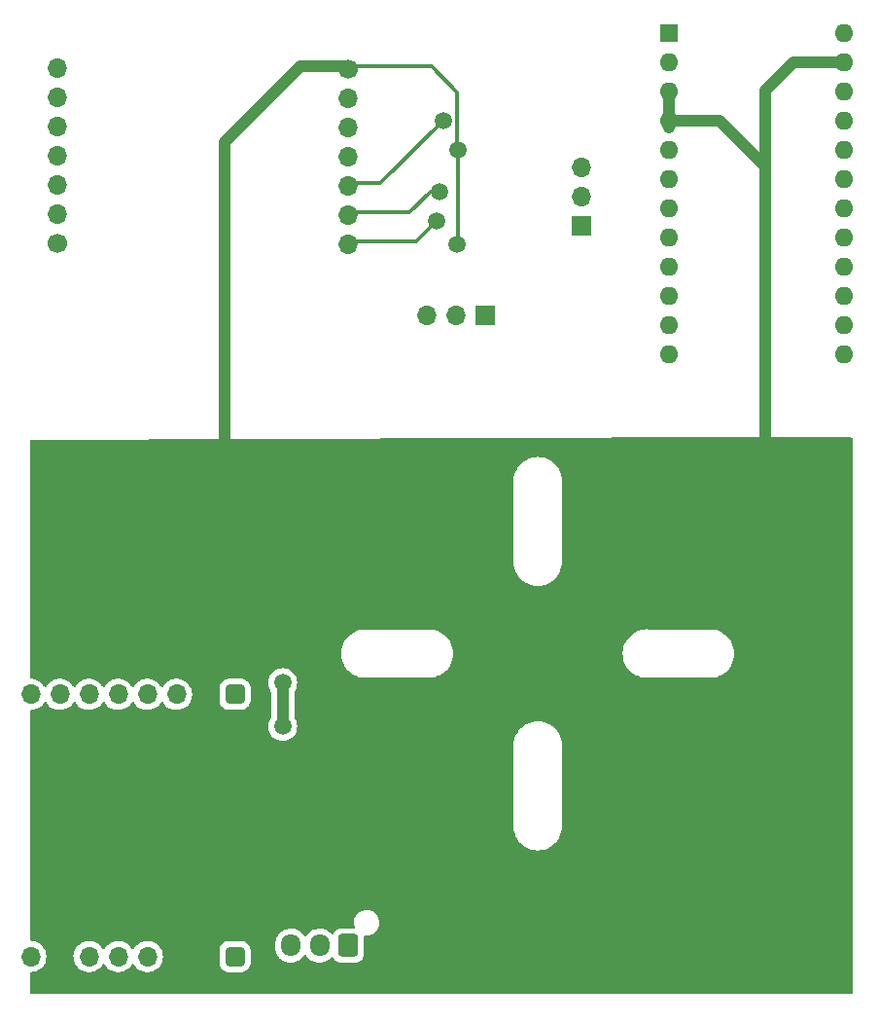
<source format=gbr>
%TF.GenerationSoftware,KiCad,Pcbnew,(6.0.1)*%
%TF.CreationDate,2023-03-02T15:38:04+08:00*%
%TF.ProjectId,Scroller Motor 1,5363726f-6c6c-4657-9220-4d6f746f7220,rev?*%
%TF.SameCoordinates,Original*%
%TF.FileFunction,Copper,L2,Bot*%
%TF.FilePolarity,Positive*%
%FSLAX46Y46*%
G04 Gerber Fmt 4.6, Leading zero omitted, Abs format (unit mm)*
G04 Created by KiCad (PCBNEW (6.0.1)) date 2023-03-02 15:38:04*
%MOMM*%
%LPD*%
G01*
G04 APERTURE LIST*
G04 Aperture macros list*
%AMRoundRect*
0 Rectangle with rounded corners*
0 $1 Rounding radius*
0 $2 $3 $4 $5 $6 $7 $8 $9 X,Y pos of 4 corners*
0 Add a 4 corners polygon primitive as box body*
4,1,4,$2,$3,$4,$5,$6,$7,$8,$9,$2,$3,0*
0 Add four circle primitives for the rounded corners*
1,1,$1+$1,$2,$3*
1,1,$1+$1,$4,$5*
1,1,$1+$1,$6,$7*
1,1,$1+$1,$8,$9*
0 Add four rect primitives between the rounded corners*
20,1,$1+$1,$2,$3,$4,$5,0*
20,1,$1+$1,$4,$5,$6,$7,0*
20,1,$1+$1,$6,$7,$8,$9,0*
20,1,$1+$1,$8,$9,$2,$3,0*%
G04 Aperture macros list end*
%TA.AperFunction,ComponentPad*%
%ADD10RoundRect,0.399500X0.450500X-0.450500X0.450500X0.450500X-0.450500X0.450500X-0.450500X-0.450500X0*%
%TD*%
%TA.AperFunction,ComponentPad*%
%ADD11O,1.700000X1.700000*%
%TD*%
%TA.AperFunction,ComponentPad*%
%ADD12R,1.700000X1.700000*%
%TD*%
%TA.AperFunction,ComponentPad*%
%ADD13R,1.600000X1.600000*%
%TD*%
%TA.AperFunction,ComponentPad*%
%ADD14O,1.600000X1.600000*%
%TD*%
%TA.AperFunction,ComponentPad*%
%ADD15C,1.700000*%
%TD*%
%TA.AperFunction,ComponentPad*%
%ADD16RoundRect,0.250000X0.600000X0.725000X-0.600000X0.725000X-0.600000X-0.725000X0.600000X-0.725000X0*%
%TD*%
%TA.AperFunction,ComponentPad*%
%ADD17O,1.700000X1.950000*%
%TD*%
%TA.AperFunction,ViaPad*%
%ADD18C,1.500000*%
%TD*%
%TA.AperFunction,Conductor*%
%ADD19C,1.000000*%
%TD*%
%TA.AperFunction,Conductor*%
%ADD20C,0.300000*%
%TD*%
G04 APERTURE END LIST*
D10*
%TO.P,TMC1,1,+VCC_IO*%
%TO.N,+3V3*%
X100622893Y-130547107D03*
D11*
%TO.P,TMC1,2,GND*%
%TO.N,GND*%
X98082893Y-130547107D03*
%TO.P,TMC1,3,UH_in*%
%TO.N,UH_in*%
X95542893Y-130547107D03*
%TO.P,TMC1,4,UL_in*%
%TO.N,UL_in*%
X93002893Y-130547107D03*
%TO.P,TMC1,5,VH_in*%
%TO.N,VH_in*%
X90462893Y-130547107D03*
%TO.P,TMC1,6,VL_in*%
%TO.N,VL_in*%
X87922893Y-130547107D03*
%TO.P,TMC1,7,WH_in*%
%TO.N,WH_in*%
X85382893Y-130547107D03*
%TO.P,TMC1,8,WL_in*%
%TO.N,WL_in*%
X82842893Y-130547107D03*
D10*
%TO.P,TMC1,9,+VBAT*%
%TO.N,+5V*%
X100622893Y-153347107D03*
D11*
%TO.P,TMC1,10,GND*%
%TO.N,GND*%
X98082893Y-153347107D03*
%TO.P,TMC1,11,GND*%
X95542893Y-153347107D03*
%TO.P,TMC1,12,W*%
%TO.N,/W_Out*%
X93002893Y-153347107D03*
%TO.P,TMC1,13,V*%
%TO.N,/V_Out*%
X90462893Y-153347107D03*
%TO.P,TMC1,14,W*%
%TO.N,/U_Out*%
X87922893Y-153347107D03*
%TO.P,TMC1,15,GND*%
%TO.N,GND*%
X85382893Y-153347107D03*
%TO.P,TMC1,16,DIAG*%
%TO.N,unconnected-(TMC1-Pad16)*%
X82842893Y-153347107D03*
%TD*%
D12*
%TO.P,J2,1,Pin_1*%
%TO.N,SDA*%
X122400000Y-97600000D03*
D11*
%TO.P,J2,2,Pin_2*%
%TO.N,SCL*%
X119860000Y-97600000D03*
%TO.P,J2,3,Pin_3*%
%TO.N,CSn*%
X117320000Y-97600000D03*
%TD*%
D12*
%TO.P,J3,1,Pin_1*%
%TO.N,BTN_NEXT_O*%
X130800000Y-89800000D03*
D11*
%TO.P,J3,2,Pin_2*%
%TO.N,SERIAL_TX*%
X130800000Y-87260000D03*
%TO.P,J3,3,Pin_3*%
%TO.N,SERIAL_RX*%
X130800000Y-84720000D03*
%TD*%
D13*
%TO.P,QMK1,1,D1/TX*%
%TO.N,SERIAL_RX*%
X138430000Y-73025000D03*
D14*
%TO.P,QMK1,2,D0/RX*%
%TO.N,SERIAL_TX*%
X138430000Y-75565000D03*
%TO.P,QMK1,3,GND*%
%TO.N,GND*%
X138430000Y-78105000D03*
%TO.P,QMK1,4,GND*%
X138430000Y-80645000D03*
%TO.P,QMK1,5,D2*%
%TO.N,unconnected-(QMK1-Pad5)*%
X138430000Y-83185000D03*
%TO.P,QMK1,6,~D3*%
%TO.N,unconnected-(QMK1-Pad6)*%
X138430000Y-85725000D03*
%TO.P,QMK1,7,D4/A6*%
%TO.N,unconnected-(QMK1-Pad7)*%
X138430000Y-88265000D03*
%TO.P,QMK1,8,~D5*%
%TO.N,unconnected-(QMK1-Pad8)*%
X138430000Y-90805000D03*
%TO.P,QMK1,9,~D6/A7*%
%TO.N,unconnected-(QMK1-Pad9)*%
X138430000Y-93345000D03*
%TO.P,QMK1,10,D7*%
%TO.N,unconnected-(QMK1-Pad10)*%
X138430000Y-95885000D03*
%TO.P,QMK1,11,D8/A8*%
%TO.N,BTN_NEXT_O*%
X138430000Y-98425000D03*
%TO.P,QMK1,12,~D9/A9*%
%TO.N,unconnected-(QMK1-Pad12)*%
X138430000Y-100965000D03*
%TO.P,QMK1,13,~D10/A10*%
%TO.N,Col 4*%
X153670000Y-100965000D03*
%TO.P,QMK1,14,D16*%
%TO.N,Col 3*%
X153670000Y-98425000D03*
%TO.P,QMK1,15,D14*%
%TO.N,Col 2*%
X153670000Y-95885000D03*
%TO.P,QMK1,16,D15*%
%TO.N,Col 1*%
X153670000Y-93345000D03*
%TO.P,QMK1,17,D18/A0*%
%TO.N,Row 4*%
X153670000Y-90805000D03*
%TO.P,QMK1,18,D19/A1*%
%TO.N,Row 3*%
X153670000Y-88265000D03*
%TO.P,QMK1,19,D20/A2*%
%TO.N,Row 2*%
X153670000Y-85725000D03*
%TO.P,QMK1,20,D21/A3*%
%TO.N,Row 1*%
X153670000Y-83185000D03*
%TO.P,QMK1,21,VCC*%
%TO.N,+5V*%
X153670000Y-80645000D03*
%TO.P,QMK1,22,RST*%
%TO.N,unconnected-(QMK1-Pad22)*%
X153670000Y-78105000D03*
%TO.P,QMK1,23,GND*%
%TO.N,GND*%
X153670000Y-75565000D03*
%TO.P,QMK1,24,RAW*%
%TO.N,unconnected-(QMK1-Pad24)*%
X153670000Y-73025000D03*
%TD*%
D11*
%TO.P,ESP32,1,3V3*%
%TO.N,+3V3*%
X85170500Y-76106000D03*
%TO.P,ESP32,2,UH*%
%TO.N,UH_in*%
X85170500Y-78646000D03*
%TO.P,ESP32,3,UL*%
%TO.N,UL_in*%
X85170500Y-81186000D03*
%TO.P,ESP32,4,VH*%
%TO.N,VH_in*%
X85170500Y-83726000D03*
%TO.P,ESP32,5,VL*%
%TO.N,VL_in*%
X85170500Y-86266000D03*
%TO.P,ESP32,6,WH*%
%TO.N,WH_in*%
X85170500Y-88806000D03*
D15*
%TO.P,ESP32,7,WL*%
%TO.N,WL_in*%
X85170500Y-91346000D03*
%TO.P,ESP32,8,GND*%
%TO.N,GND*%
X110490000Y-76126000D03*
D11*
%TO.P,ESP32,9,SDA*%
%TO.N,SDA*%
X110490000Y-78666000D03*
%TO.P,ESP32,10,SCL*%
%TO.N,SCL*%
X110490000Y-81206000D03*
%TO.P,ESP32,11,CSN*%
%TO.N,CSn*%
X110490000Y-83746000D03*
%TO.P,ESP32,12,S_RX*%
%TO.N,Net-(ESP32-Pad12)*%
X110490000Y-86286000D03*
%TO.P,ESP32,13,S_TX*%
%TO.N,SERIAL_TX*%
X110490000Y-88826000D03*
%TO.P,ESP32,14,B_NXT*%
%TO.N,BTN_NXT*%
X110490000Y-91366000D03*
%TD*%
D16*
%TO.P,J1,1,Pin_1*%
%TO.N,/U_Out*%
X110490000Y-152400000D03*
D17*
%TO.P,J1,2,Pin_2*%
%TO.N,/V_Out*%
X107990000Y-152400000D03*
%TO.P,J1,3,Pin_3*%
%TO.N,/W_Out*%
X105490000Y-152400000D03*
%TD*%
D18*
%TO.N,SERIAL_TX*%
X118400000Y-86800000D03*
%TO.N,BTN_NXT*%
X118200000Y-89400000D03*
%TO.N,GND*%
X120000000Y-91400000D03*
X120015000Y-83185000D03*
%TO.N,Net-(ESP32-Pad12)*%
X118745000Y-80645000D03*
%TO.N,+5V*%
X104775000Y-129540000D03*
X104775000Y-133350000D03*
%TO.N,GND*%
X123190000Y-135255000D03*
X89535000Y-118110000D03*
X89535000Y-114300000D03*
%TD*%
D19*
%TO.N,GND*%
X106299000Y-75946000D02*
X99695000Y-82550000D01*
X110490000Y-75946000D02*
X106299000Y-75946000D01*
X99695000Y-82550000D02*
X99695000Y-109705000D01*
X146800000Y-109600000D02*
X146800000Y-84600000D01*
X146800000Y-84600000D02*
X142845000Y-80645000D01*
X146800000Y-84600000D02*
X146800000Y-77990000D01*
X142845000Y-80645000D02*
X138430000Y-80645000D01*
X149225000Y-75565000D02*
X153670000Y-75565000D01*
X146800000Y-77990000D02*
X149225000Y-75565000D01*
D20*
%TO.N,SERIAL_TX*%
X115824000Y-88646000D02*
X110490000Y-88646000D01*
X118400000Y-86800000D02*
X117670000Y-86800000D01*
X117670000Y-86800000D02*
X115824000Y-88646000D01*
%TO.N,BTN_NXT*%
X116414000Y-91186000D02*
X110490000Y-91186000D01*
X118200000Y-89400000D02*
X116414000Y-91186000D01*
%TO.N,GND*%
X120000000Y-91400000D02*
X120015000Y-91385000D01*
X120015000Y-91385000D02*
X120015000Y-83185000D01*
X117746000Y-75946000D02*
X110490000Y-75946000D01*
X120000000Y-78200000D02*
X117746000Y-75946000D01*
X120000000Y-83170000D02*
X120000000Y-78200000D01*
X120015000Y-83185000D02*
X120000000Y-83170000D01*
%TO.N,Net-(ESP32-Pad12)*%
X113284000Y-86106000D02*
X118745000Y-80645000D01*
X110490000Y-86106000D02*
X113284000Y-86106000D01*
D19*
%TO.N,+5V*%
X104775000Y-133350000D02*
X104775000Y-129540000D01*
%TO.N,GND*%
X138430000Y-78740000D02*
X138430000Y-81280000D01*
%TD*%
%TA.AperFunction,Conductor*%
%TO.N,GND*%
G36*
X154342121Y-108220002D02*
G01*
X154388614Y-108273658D01*
X154400000Y-108326000D01*
X154400000Y-156474000D01*
X154379998Y-156542121D01*
X154326342Y-156588614D01*
X154274000Y-156600000D01*
X82926000Y-156600000D01*
X82857879Y-156579998D01*
X82811386Y-156526342D01*
X82800000Y-156474000D01*
X82800000Y-154833165D01*
X82820002Y-154765044D01*
X82873658Y-154718551D01*
X82909989Y-154708186D01*
X83051871Y-154690011D01*
X83121181Y-154681132D01*
X83121182Y-154681132D01*
X83126309Y-154680475D01*
X83131259Y-154678990D01*
X83335322Y-154617768D01*
X83335327Y-154617766D01*
X83340277Y-154616281D01*
X83540887Y-154518003D01*
X83722753Y-154388280D01*
X83880989Y-154230596D01*
X83940487Y-154147796D01*
X84008328Y-154053384D01*
X84011346Y-154049184D01*
X84032213Y-154006964D01*
X84108029Y-153853560D01*
X84108030Y-153853558D01*
X84110323Y-153848918D01*
X84175263Y-153635176D01*
X84204422Y-153413697D01*
X84204504Y-153410347D01*
X84205967Y-153350472D01*
X84205967Y-153350468D01*
X84206049Y-153347107D01*
X84203311Y-153313802D01*
X86560144Y-153313802D01*
X86560441Y-153318955D01*
X86560441Y-153318958D01*
X86569469Y-153475523D01*
X86573003Y-153536822D01*
X86574140Y-153541868D01*
X86574141Y-153541874D01*
X86587094Y-153599348D01*
X86622115Y-153754746D01*
X86666323Y-153863617D01*
X86699779Y-153946010D01*
X86706159Y-153961723D01*
X86756912Y-154044545D01*
X86820184Y-154147795D01*
X86822880Y-154152195D01*
X86969143Y-154321045D01*
X87141019Y-154463739D01*
X87333893Y-154576445D01*
X87542585Y-154656137D01*
X87547653Y-154657168D01*
X87547656Y-154657169D01*
X87654910Y-154678990D01*
X87761490Y-154700674D01*
X87766665Y-154700864D01*
X87766667Y-154700864D01*
X87979566Y-154708671D01*
X87979570Y-154708671D01*
X87984730Y-154708860D01*
X87989850Y-154708204D01*
X87989852Y-154708204D01*
X88201181Y-154681132D01*
X88201182Y-154681132D01*
X88206309Y-154680475D01*
X88211259Y-154678990D01*
X88415322Y-154617768D01*
X88415327Y-154617766D01*
X88420277Y-154616281D01*
X88620887Y-154518003D01*
X88802753Y-154388280D01*
X88960989Y-154230596D01*
X89020487Y-154147796D01*
X89091346Y-154049184D01*
X89092669Y-154050135D01*
X89139538Y-154006964D01*
X89209473Y-153994732D01*
X89274919Y-154022251D01*
X89302768Y-154054101D01*
X89362880Y-154152195D01*
X89509143Y-154321045D01*
X89681019Y-154463739D01*
X89873893Y-154576445D01*
X90082585Y-154656137D01*
X90087653Y-154657168D01*
X90087656Y-154657169D01*
X90194910Y-154678990D01*
X90301490Y-154700674D01*
X90306665Y-154700864D01*
X90306667Y-154700864D01*
X90519566Y-154708671D01*
X90519570Y-154708671D01*
X90524730Y-154708860D01*
X90529850Y-154708204D01*
X90529852Y-154708204D01*
X90741181Y-154681132D01*
X90741182Y-154681132D01*
X90746309Y-154680475D01*
X90751259Y-154678990D01*
X90955322Y-154617768D01*
X90955327Y-154617766D01*
X90960277Y-154616281D01*
X91160887Y-154518003D01*
X91342753Y-154388280D01*
X91500989Y-154230596D01*
X91560487Y-154147796D01*
X91631346Y-154049184D01*
X91632669Y-154050135D01*
X91679538Y-154006964D01*
X91749473Y-153994732D01*
X91814919Y-154022251D01*
X91842768Y-154054101D01*
X91902880Y-154152195D01*
X92049143Y-154321045D01*
X92221019Y-154463739D01*
X92413893Y-154576445D01*
X92622585Y-154656137D01*
X92627653Y-154657168D01*
X92627656Y-154657169D01*
X92734910Y-154678990D01*
X92841490Y-154700674D01*
X92846665Y-154700864D01*
X92846667Y-154700864D01*
X93059566Y-154708671D01*
X93059570Y-154708671D01*
X93064730Y-154708860D01*
X93069850Y-154708204D01*
X93069852Y-154708204D01*
X93281181Y-154681132D01*
X93281182Y-154681132D01*
X93286309Y-154680475D01*
X93291259Y-154678990D01*
X93495322Y-154617768D01*
X93495327Y-154617766D01*
X93500277Y-154616281D01*
X93700887Y-154518003D01*
X93882753Y-154388280D01*
X94040989Y-154230596D01*
X94100487Y-154147796D01*
X94168328Y-154053384D01*
X94171346Y-154049184D01*
X94192213Y-154006964D01*
X94264272Y-153861161D01*
X99264393Y-153861161D01*
X99264586Y-153863609D01*
X99264586Y-153863617D01*
X99269759Y-153929344D01*
X99270632Y-153940432D01*
X99272125Y-153946004D01*
X99272126Y-153946010D01*
X99300026Y-154050135D01*
X99320032Y-154124798D01*
X99406685Y-154294864D01*
X99410838Y-154299993D01*
X99410841Y-154299997D01*
X99479381Y-154384636D01*
X99526803Y-154443197D01*
X99531934Y-154447352D01*
X99670003Y-154559159D01*
X99670007Y-154559162D01*
X99675136Y-154563315D01*
X99845202Y-154649968D01*
X99851575Y-154651676D01*
X99851576Y-154651676D01*
X100023990Y-154697874D01*
X100023996Y-154697875D01*
X100029568Y-154699368D01*
X100035324Y-154699821D01*
X100106383Y-154705414D01*
X100106391Y-154705414D01*
X100108839Y-154705607D01*
X101136947Y-154705607D01*
X101139395Y-154705414D01*
X101139403Y-154705414D01*
X101210462Y-154699821D01*
X101216218Y-154699368D01*
X101221790Y-154697875D01*
X101221796Y-154697874D01*
X101394210Y-154651676D01*
X101394211Y-154651676D01*
X101400584Y-154649968D01*
X101570650Y-154563315D01*
X101575779Y-154559162D01*
X101575783Y-154559159D01*
X101713852Y-154447352D01*
X101718983Y-154443197D01*
X101766405Y-154384636D01*
X101834945Y-154299997D01*
X101834948Y-154299993D01*
X101839101Y-154294864D01*
X101925754Y-154124798D01*
X101945760Y-154050135D01*
X101973660Y-153946010D01*
X101973661Y-153946004D01*
X101975154Y-153940432D01*
X101976027Y-153929344D01*
X101981200Y-153863617D01*
X101981200Y-153863609D01*
X101981393Y-153861161D01*
X101981393Y-152833053D01*
X101975154Y-152753782D01*
X101973661Y-152748210D01*
X101973660Y-152748204D01*
X101929364Y-152582890D01*
X104131500Y-152582890D01*
X104146080Y-152754720D01*
X104147418Y-152759875D01*
X104147419Y-152759881D01*
X104202657Y-152972703D01*
X104203999Y-152977872D01*
X104298688Y-153188075D01*
X104427441Y-153379319D01*
X104431120Y-153383176D01*
X104431122Y-153383178D01*
X104492710Y-153447738D01*
X104586576Y-153546135D01*
X104771542Y-153683754D01*
X104776293Y-153686170D01*
X104776297Y-153686172D01*
X104839481Y-153718296D01*
X104977051Y-153788240D01*
X104982145Y-153789822D01*
X104982148Y-153789823D01*
X105156510Y-153843964D01*
X105197227Y-153856607D01*
X105202516Y-153857308D01*
X105420489Y-153886198D01*
X105420494Y-153886198D01*
X105425774Y-153886898D01*
X105431103Y-153886698D01*
X105431105Y-153886698D01*
X105540966Y-153882573D01*
X105656158Y-153878249D01*
X105678802Y-153873498D01*
X105876572Y-153832002D01*
X105881791Y-153830907D01*
X105886750Y-153828949D01*
X105886752Y-153828948D01*
X106091256Y-153748185D01*
X106091258Y-153748184D01*
X106096221Y-153746224D01*
X106132343Y-153724305D01*
X106288757Y-153629390D01*
X106288756Y-153629390D01*
X106293317Y-153626623D01*
X106333134Y-153592072D01*
X106463412Y-153479023D01*
X106463414Y-153479021D01*
X106467445Y-153475523D01*
X106531048Y-153397954D01*
X106610240Y-153301373D01*
X106610244Y-153301367D01*
X106613624Y-153297245D01*
X106631552Y-153265750D01*
X106682632Y-153216445D01*
X106752262Y-153202583D01*
X106818333Y-153228566D01*
X106845573Y-153257716D01*
X106927441Y-153379319D01*
X106931120Y-153383176D01*
X106931122Y-153383178D01*
X106992710Y-153447738D01*
X107086576Y-153546135D01*
X107271542Y-153683754D01*
X107276293Y-153686170D01*
X107276297Y-153686172D01*
X107339481Y-153718296D01*
X107477051Y-153788240D01*
X107482145Y-153789822D01*
X107482148Y-153789823D01*
X107656510Y-153843964D01*
X107697227Y-153856607D01*
X107702516Y-153857308D01*
X107920489Y-153886198D01*
X107920494Y-153886198D01*
X107925774Y-153886898D01*
X107931103Y-153886698D01*
X107931105Y-153886698D01*
X108040966Y-153882573D01*
X108156158Y-153878249D01*
X108178802Y-153873498D01*
X108376572Y-153832002D01*
X108381791Y-153830907D01*
X108386750Y-153828949D01*
X108386752Y-153828948D01*
X108591256Y-153748185D01*
X108591258Y-153748184D01*
X108596221Y-153746224D01*
X108632343Y-153724305D01*
X108788757Y-153629390D01*
X108788756Y-153629390D01*
X108793317Y-153626623D01*
X108833134Y-153592072D01*
X108963412Y-153479023D01*
X108963414Y-153479021D01*
X108967445Y-153475523D01*
X108996670Y-153439880D01*
X109055329Y-153399886D01*
X109126299Y-153397954D01*
X109187048Y-153434698D01*
X109201248Y-153453468D01*
X109255956Y-153541874D01*
X109291522Y-153599348D01*
X109296704Y-153604521D01*
X109332375Y-153640130D01*
X109416697Y-153724305D01*
X109422927Y-153728145D01*
X109422928Y-153728146D01*
X109560090Y-153812694D01*
X109567262Y-153817115D01*
X109602938Y-153828948D01*
X109728611Y-153870632D01*
X109728613Y-153870632D01*
X109735139Y-153872797D01*
X109741975Y-153873497D01*
X109741978Y-153873498D01*
X109777663Y-153877154D01*
X109839600Y-153883500D01*
X111140400Y-153883500D01*
X111143646Y-153883163D01*
X111143650Y-153883163D01*
X111239308Y-153873238D01*
X111239312Y-153873237D01*
X111246166Y-153872526D01*
X111252702Y-153870345D01*
X111252704Y-153870345D01*
X111384806Y-153826272D01*
X111413946Y-153816550D01*
X111564348Y-153723478D01*
X111689305Y-153598303D01*
X111721462Y-153546135D01*
X111778275Y-153453968D01*
X111778276Y-153453966D01*
X111782115Y-153447738D01*
X111832031Y-153297245D01*
X111835632Y-153286389D01*
X111835632Y-153286387D01*
X111837797Y-153279861D01*
X111848500Y-153175400D01*
X111848500Y-151633995D01*
X111868502Y-151565874D01*
X111922158Y-151519381D01*
X111981239Y-151510226D01*
X111981337Y-151508228D01*
X111985357Y-151508425D01*
X111985374Y-151508425D01*
X111986899Y-151508500D01*
X112142846Y-151508500D01*
X112300566Y-151493452D01*
X112503534Y-151433908D01*
X112579405Y-151394832D01*
X112686249Y-151339804D01*
X112686252Y-151339802D01*
X112691580Y-151337058D01*
X112857920Y-151206396D01*
X112861852Y-151201865D01*
X112861855Y-151201862D01*
X112992621Y-151051167D01*
X112996552Y-151046637D01*
X112999552Y-151041451D01*
X112999555Y-151041447D01*
X113099467Y-150868742D01*
X113102473Y-150863546D01*
X113171861Y-150663729D01*
X113202213Y-150454396D01*
X113192433Y-150243101D01*
X113142875Y-150037466D01*
X113099525Y-149942122D01*
X113057806Y-149850368D01*
X113055326Y-149844913D01*
X112932946Y-149672389D01*
X112780150Y-149526119D01*
X112602452Y-149411380D01*
X112542354Y-149387160D01*
X112411832Y-149334558D01*
X112411829Y-149334557D01*
X112406263Y-149332314D01*
X112198663Y-149291772D01*
X112193101Y-149291500D01*
X112037154Y-149291500D01*
X111879434Y-149306548D01*
X111676466Y-149366092D01*
X111671139Y-149368836D01*
X111671138Y-149368836D01*
X111493751Y-149460196D01*
X111493748Y-149460198D01*
X111488420Y-149462942D01*
X111322080Y-149593604D01*
X111318148Y-149598135D01*
X111318145Y-149598138D01*
X111249474Y-149677275D01*
X111183448Y-149753363D01*
X111180448Y-149758549D01*
X111180445Y-149758553D01*
X111133312Y-149840026D01*
X111077527Y-149936454D01*
X111008139Y-150136271D01*
X110977787Y-150345604D01*
X110987567Y-150556899D01*
X110988971Y-150562724D01*
X110988971Y-150562725D01*
X111036750Y-150760979D01*
X111033265Y-150831890D01*
X110991995Y-150889660D01*
X110926045Y-150915947D01*
X110914257Y-150916500D01*
X109839600Y-150916500D01*
X109836354Y-150916837D01*
X109836350Y-150916837D01*
X109740692Y-150926762D01*
X109740688Y-150926763D01*
X109733834Y-150927474D01*
X109727298Y-150929655D01*
X109727296Y-150929655D01*
X109688220Y-150942692D01*
X109566054Y-150983450D01*
X109415652Y-151076522D01*
X109290695Y-151201697D01*
X109205565Y-151339804D01*
X109200920Y-151347339D01*
X109148148Y-151394832D01*
X109078076Y-151406256D01*
X109012952Y-151377982D01*
X109002490Y-151368195D01*
X108897103Y-151257722D01*
X108893424Y-151253865D01*
X108708458Y-151116246D01*
X108703707Y-151113830D01*
X108703703Y-151113828D01*
X108561339Y-151041447D01*
X108502949Y-151011760D01*
X108497855Y-151010178D01*
X108497852Y-151010177D01*
X108287871Y-150944976D01*
X108282773Y-150943393D01*
X108277484Y-150942692D01*
X108059511Y-150913802D01*
X108059506Y-150913802D01*
X108054226Y-150913102D01*
X108048897Y-150913302D01*
X108048895Y-150913302D01*
X107939034Y-150917427D01*
X107823842Y-150921751D01*
X107598209Y-150969093D01*
X107593250Y-150971051D01*
X107593248Y-150971052D01*
X107388744Y-151051815D01*
X107388742Y-151051816D01*
X107383779Y-151053776D01*
X107379220Y-151056543D01*
X107379217Y-151056544D01*
X107280832Y-151116246D01*
X107186683Y-151173377D01*
X107182653Y-151176874D01*
X107089484Y-151257722D01*
X107012555Y-151324477D01*
X107009168Y-151328608D01*
X106869760Y-151498627D01*
X106869756Y-151498633D01*
X106866376Y-151502755D01*
X106848448Y-151534250D01*
X106797368Y-151583555D01*
X106727738Y-151597417D01*
X106661667Y-151571434D01*
X106634427Y-151542284D01*
X106561464Y-151433908D01*
X106552559Y-151420681D01*
X106393424Y-151253865D01*
X106208458Y-151116246D01*
X106203707Y-151113830D01*
X106203703Y-151113828D01*
X106061339Y-151041447D01*
X106002949Y-151011760D01*
X105997855Y-151010178D01*
X105997852Y-151010177D01*
X105787871Y-150944976D01*
X105782773Y-150943393D01*
X105777484Y-150942692D01*
X105559511Y-150913802D01*
X105559506Y-150913802D01*
X105554226Y-150913102D01*
X105548897Y-150913302D01*
X105548895Y-150913302D01*
X105439034Y-150917427D01*
X105323842Y-150921751D01*
X105098209Y-150969093D01*
X105093250Y-150971051D01*
X105093248Y-150971052D01*
X104888744Y-151051815D01*
X104888742Y-151051816D01*
X104883779Y-151053776D01*
X104879220Y-151056543D01*
X104879217Y-151056544D01*
X104780832Y-151116246D01*
X104686683Y-151173377D01*
X104682653Y-151176874D01*
X104589484Y-151257722D01*
X104512555Y-151324477D01*
X104509168Y-151328608D01*
X104369760Y-151498627D01*
X104369756Y-151498633D01*
X104366376Y-151502755D01*
X104363738Y-151507390D01*
X104363735Y-151507394D01*
X104320382Y-151583555D01*
X104252325Y-151703114D01*
X104173663Y-151919825D01*
X104172714Y-151925074D01*
X104172713Y-151925077D01*
X104133377Y-152142608D01*
X104133376Y-152142615D01*
X104132639Y-152146692D01*
X104131500Y-152170844D01*
X104131500Y-152582890D01*
X101929364Y-152582890D01*
X101927462Y-152575790D01*
X101927462Y-152575789D01*
X101925754Y-152569416D01*
X101839101Y-152399350D01*
X101834948Y-152394221D01*
X101834945Y-152394217D01*
X101723138Y-152256148D01*
X101718983Y-152251017D01*
X101670437Y-152211705D01*
X101575783Y-152135055D01*
X101575779Y-152135052D01*
X101570650Y-152130899D01*
X101400584Y-152044246D01*
X101394210Y-152042538D01*
X101221796Y-151996340D01*
X101221790Y-151996339D01*
X101216218Y-151994846D01*
X101205130Y-151993973D01*
X101139403Y-151988800D01*
X101139395Y-151988800D01*
X101136947Y-151988607D01*
X100108839Y-151988607D01*
X100106391Y-151988800D01*
X100106383Y-151988800D01*
X100040656Y-151993973D01*
X100029568Y-151994846D01*
X100023996Y-151996339D01*
X100023990Y-151996340D01*
X99851576Y-152042538D01*
X99845202Y-152044246D01*
X99675136Y-152130899D01*
X99670007Y-152135052D01*
X99670003Y-152135055D01*
X99575349Y-152211705D01*
X99526803Y-152251017D01*
X99522648Y-152256148D01*
X99410841Y-152394217D01*
X99410838Y-152394221D01*
X99406685Y-152399350D01*
X99320032Y-152569416D01*
X99318324Y-152575789D01*
X99318324Y-152575790D01*
X99272126Y-152748204D01*
X99272125Y-152748210D01*
X99270632Y-152753782D01*
X99264393Y-152833053D01*
X99264393Y-153861161D01*
X94264272Y-153861161D01*
X94268029Y-153853560D01*
X94268030Y-153853558D01*
X94270323Y-153848918D01*
X94335263Y-153635176D01*
X94364422Y-153413697D01*
X94364504Y-153410347D01*
X94365967Y-153350472D01*
X94365967Y-153350468D01*
X94366049Y-153347107D01*
X94347745Y-153124468D01*
X94293324Y-152907809D01*
X94204247Y-152702947D01*
X94124858Y-152580230D01*
X94085715Y-152519724D01*
X94085713Y-152519721D01*
X94082907Y-152515384D01*
X93932563Y-152350158D01*
X93928512Y-152346959D01*
X93928508Y-152346955D01*
X93761307Y-152214907D01*
X93761303Y-152214905D01*
X93757252Y-152211705D01*
X93561682Y-152103745D01*
X93556813Y-152102021D01*
X93556809Y-152102019D01*
X93355980Y-152030902D01*
X93355976Y-152030901D01*
X93351105Y-152029176D01*
X93346012Y-152028269D01*
X93346009Y-152028268D01*
X93136266Y-151990907D01*
X93136260Y-151990906D01*
X93131177Y-151990001D01*
X93057345Y-151989099D01*
X92912974Y-151987335D01*
X92912972Y-151987335D01*
X92907804Y-151987272D01*
X92686984Y-152021062D01*
X92474649Y-152090464D01*
X92276500Y-152193614D01*
X92272367Y-152196717D01*
X92272364Y-152196719D01*
X92248140Y-152214907D01*
X92097858Y-152327742D01*
X91943522Y-152489245D01*
X91836094Y-152646728D01*
X91781186Y-152691728D01*
X91710661Y-152699899D01*
X91646914Y-152668645D01*
X91626217Y-152644161D01*
X91545715Y-152519724D01*
X91545713Y-152519721D01*
X91542907Y-152515384D01*
X91392563Y-152350158D01*
X91388512Y-152346959D01*
X91388508Y-152346955D01*
X91221307Y-152214907D01*
X91221303Y-152214905D01*
X91217252Y-152211705D01*
X91021682Y-152103745D01*
X91016813Y-152102021D01*
X91016809Y-152102019D01*
X90815980Y-152030902D01*
X90815976Y-152030901D01*
X90811105Y-152029176D01*
X90806012Y-152028269D01*
X90806009Y-152028268D01*
X90596266Y-151990907D01*
X90596260Y-151990906D01*
X90591177Y-151990001D01*
X90517345Y-151989099D01*
X90372974Y-151987335D01*
X90372972Y-151987335D01*
X90367804Y-151987272D01*
X90146984Y-152021062D01*
X89934649Y-152090464D01*
X89736500Y-152193614D01*
X89732367Y-152196717D01*
X89732364Y-152196719D01*
X89708140Y-152214907D01*
X89557858Y-152327742D01*
X89403522Y-152489245D01*
X89296094Y-152646728D01*
X89241186Y-152691728D01*
X89170661Y-152699899D01*
X89106914Y-152668645D01*
X89086217Y-152644161D01*
X89005715Y-152519724D01*
X89005713Y-152519721D01*
X89002907Y-152515384D01*
X88852563Y-152350158D01*
X88848512Y-152346959D01*
X88848508Y-152346955D01*
X88681307Y-152214907D01*
X88681303Y-152214905D01*
X88677252Y-152211705D01*
X88481682Y-152103745D01*
X88476813Y-152102021D01*
X88476809Y-152102019D01*
X88275980Y-152030902D01*
X88275976Y-152030901D01*
X88271105Y-152029176D01*
X88266012Y-152028269D01*
X88266009Y-152028268D01*
X88056266Y-151990907D01*
X88056260Y-151990906D01*
X88051177Y-151990001D01*
X87977345Y-151989099D01*
X87832974Y-151987335D01*
X87832972Y-151987335D01*
X87827804Y-151987272D01*
X87606984Y-152021062D01*
X87394649Y-152090464D01*
X87196500Y-152193614D01*
X87192367Y-152196717D01*
X87192364Y-152196719D01*
X87168140Y-152214907D01*
X87017858Y-152327742D01*
X86863522Y-152489245D01*
X86737636Y-152673787D01*
X86721896Y-152707697D01*
X86664848Y-152830597D01*
X86643581Y-152876412D01*
X86583882Y-153091677D01*
X86560144Y-153313802D01*
X84203311Y-153313802D01*
X84187745Y-153124468D01*
X84133324Y-152907809D01*
X84044247Y-152702947D01*
X83964858Y-152580230D01*
X83925715Y-152519724D01*
X83925713Y-152519721D01*
X83922907Y-152515384D01*
X83772563Y-152350158D01*
X83768512Y-152346959D01*
X83768508Y-152346955D01*
X83601307Y-152214907D01*
X83601303Y-152214905D01*
X83597252Y-152211705D01*
X83401682Y-152103745D01*
X83396813Y-152102021D01*
X83396809Y-152102019D01*
X83195980Y-152030902D01*
X83195976Y-152030901D01*
X83191105Y-152029176D01*
X83186012Y-152028269D01*
X83186009Y-152028268D01*
X82976266Y-151990907D01*
X82976260Y-151990906D01*
X82971177Y-151990001D01*
X82954952Y-151989803D01*
X82924460Y-151989430D01*
X82856589Y-151968596D01*
X82810755Y-151914377D01*
X82800000Y-151863439D01*
X82800000Y-141993730D01*
X124886814Y-141993730D01*
X124887634Y-142000000D01*
X124887477Y-142000000D01*
X124887927Y-142006861D01*
X124900629Y-142200654D01*
X124905550Y-142275740D01*
X124959459Y-142546761D01*
X124960784Y-142550665D01*
X124960785Y-142550668D01*
X125023587Y-142735676D01*
X125048283Y-142808428D01*
X125050107Y-142812126D01*
X125167568Y-143050314D01*
X125170501Y-143056262D01*
X125324023Y-143286023D01*
X125326737Y-143289117D01*
X125326741Y-143289123D01*
X125503512Y-143490690D01*
X125506221Y-143493779D01*
X125509310Y-143496488D01*
X125710877Y-143673259D01*
X125710883Y-143673263D01*
X125713977Y-143675977D01*
X125717403Y-143678266D01*
X125717408Y-143678270D01*
X125888968Y-143792902D01*
X125943739Y-143829499D01*
X125947438Y-143831323D01*
X125947443Y-143831326D01*
X126074440Y-143893954D01*
X126191572Y-143951717D01*
X126195477Y-143953042D01*
X126195478Y-143953043D01*
X126449332Y-144039215D01*
X126449335Y-144039216D01*
X126453239Y-144040541D01*
X126457278Y-144041344D01*
X126457284Y-144041346D01*
X126720217Y-144093646D01*
X126720220Y-144093646D01*
X126724260Y-144094450D01*
X126728371Y-144094719D01*
X126728375Y-144094720D01*
X126995881Y-144112253D01*
X127000000Y-144112523D01*
X127004119Y-144112253D01*
X127271625Y-144094720D01*
X127271629Y-144094719D01*
X127275740Y-144094450D01*
X127279780Y-144093646D01*
X127279783Y-144093646D01*
X127542716Y-144041346D01*
X127542722Y-144041344D01*
X127546761Y-144040541D01*
X127550665Y-144039216D01*
X127550668Y-144039215D01*
X127804522Y-143953043D01*
X127804523Y-143953042D01*
X127808428Y-143951717D01*
X127925693Y-143893889D01*
X128052558Y-143831326D01*
X128052563Y-143831323D01*
X128056262Y-143829499D01*
X128109044Y-143794231D01*
X128282592Y-143678270D01*
X128282597Y-143678266D01*
X128286023Y-143675977D01*
X128289117Y-143673263D01*
X128289123Y-143673259D01*
X128490690Y-143496488D01*
X128493779Y-143493779D01*
X128496488Y-143490690D01*
X128673259Y-143289123D01*
X128673263Y-143289117D01*
X128675977Y-143286023D01*
X128829499Y-143056262D01*
X128832433Y-143050314D01*
X128949893Y-142812126D01*
X128951717Y-142808428D01*
X128976413Y-142735676D01*
X129039215Y-142550668D01*
X129039216Y-142550665D01*
X129040541Y-142546761D01*
X129094450Y-142275740D01*
X129099372Y-142200654D01*
X129110409Y-142032248D01*
X129111884Y-142019597D01*
X129113071Y-142012539D01*
X129113224Y-142000000D01*
X129109273Y-141972412D01*
X129108000Y-141954549D01*
X129108000Y-135053207D01*
X129109746Y-135032303D01*
X129110279Y-135029137D01*
X129113071Y-135012539D01*
X129113224Y-135000000D01*
X129112534Y-134995183D01*
X129112495Y-134994585D01*
X129111614Y-134986136D01*
X129094720Y-134728375D01*
X129094719Y-134728371D01*
X129094450Y-134724260D01*
X129093646Y-134720217D01*
X129041346Y-134457284D01*
X129041344Y-134457278D01*
X129040541Y-134453239D01*
X129031002Y-134425136D01*
X128953043Y-134195478D01*
X128953042Y-134195477D01*
X128951717Y-134191572D01*
X128829499Y-133943739D01*
X128724810Y-133787061D01*
X128678270Y-133717408D01*
X128678266Y-133717403D01*
X128675977Y-133713977D01*
X128673263Y-133710883D01*
X128673259Y-133710877D01*
X128496488Y-133509310D01*
X128493779Y-133506221D01*
X128490690Y-133503512D01*
X128289123Y-133326741D01*
X128289117Y-133326737D01*
X128286023Y-133324023D01*
X128282597Y-133321734D01*
X128282592Y-133321730D01*
X128059695Y-133172795D01*
X128056262Y-133170501D01*
X128052563Y-133168677D01*
X128052558Y-133168674D01*
X127925693Y-133106111D01*
X127808428Y-133048283D01*
X127804522Y-133046957D01*
X127550668Y-132960785D01*
X127550665Y-132960784D01*
X127546761Y-132959459D01*
X127542722Y-132958656D01*
X127542716Y-132958654D01*
X127279783Y-132906354D01*
X127279780Y-132906354D01*
X127275740Y-132905550D01*
X127271629Y-132905281D01*
X127271625Y-132905280D01*
X127004119Y-132887747D01*
X127000000Y-132887477D01*
X126995881Y-132887747D01*
X126728375Y-132905280D01*
X126728371Y-132905281D01*
X126724260Y-132905550D01*
X126720220Y-132906354D01*
X126720217Y-132906354D01*
X126457284Y-132958654D01*
X126457278Y-132958656D01*
X126453239Y-132959459D01*
X126449335Y-132960784D01*
X126449332Y-132960785D01*
X126195478Y-133046957D01*
X126191572Y-133048283D01*
X126074440Y-133106046D01*
X125947443Y-133168674D01*
X125947438Y-133168677D01*
X125943739Y-133170501D01*
X125940306Y-133172795D01*
X125717408Y-133321730D01*
X125717403Y-133321734D01*
X125713977Y-133324023D01*
X125710883Y-133326737D01*
X125710877Y-133326741D01*
X125509310Y-133503512D01*
X125506221Y-133506221D01*
X125503512Y-133509310D01*
X125326741Y-133710877D01*
X125326737Y-133710883D01*
X125324023Y-133713977D01*
X125321734Y-133717403D01*
X125321730Y-133717408D01*
X125275190Y-133787061D01*
X125170501Y-133943739D01*
X125048283Y-134191572D01*
X125046958Y-134195477D01*
X125046957Y-134195478D01*
X124968999Y-134425136D01*
X124959459Y-134453239D01*
X124958656Y-134457278D01*
X124958654Y-134457284D01*
X124906354Y-134720217D01*
X124905550Y-134724260D01*
X124905281Y-134728371D01*
X124905280Y-134728375D01*
X124892954Y-134916443D01*
X124889104Y-134975189D01*
X124889036Y-134976220D01*
X124888242Y-134983412D01*
X124888372Y-134983728D01*
X124886814Y-134993730D01*
X124887529Y-134999201D01*
X124887477Y-135000000D01*
X124887634Y-135000000D01*
X124889274Y-135012539D01*
X124890936Y-135025250D01*
X124892000Y-135041588D01*
X124892000Y-141950672D01*
X124890500Y-141970056D01*
X124886814Y-141993730D01*
X82800000Y-141993730D01*
X82800000Y-133350000D01*
X103511693Y-133350000D01*
X103530885Y-133569371D01*
X103587880Y-133782076D01*
X103590205Y-133787061D01*
X103678618Y-133976666D01*
X103678621Y-133976671D01*
X103680944Y-133981653D01*
X103807251Y-134162038D01*
X103962962Y-134317749D01*
X104143346Y-134444056D01*
X104342924Y-134537120D01*
X104555629Y-134594115D01*
X104775000Y-134613307D01*
X104994371Y-134594115D01*
X105207076Y-134537120D01*
X105406654Y-134444056D01*
X105587038Y-134317749D01*
X105742749Y-134162038D01*
X105869056Y-133981653D01*
X105871379Y-133976671D01*
X105871382Y-133976666D01*
X105959795Y-133787061D01*
X105962120Y-133782076D01*
X106019115Y-133569371D01*
X106038307Y-133350000D01*
X106019115Y-133130629D01*
X105962120Y-132917924D01*
X105869056Y-132718347D01*
X105806287Y-132628703D01*
X105783500Y-132556433D01*
X105783500Y-130333567D01*
X105806287Y-130261297D01*
X105822516Y-130238120D01*
X105869056Y-130171653D01*
X105962120Y-129972076D01*
X106019115Y-129759371D01*
X106038307Y-129540000D01*
X106019115Y-129320629D01*
X105962120Y-129107924D01*
X105888429Y-128949893D01*
X105871382Y-128913334D01*
X105871379Y-128913329D01*
X105869056Y-128908347D01*
X105865899Y-128903838D01*
X105745908Y-128732473D01*
X105745906Y-128732470D01*
X105742749Y-128727962D01*
X105587038Y-128572251D01*
X105406654Y-128445944D01*
X105207076Y-128352880D01*
X104994371Y-128295885D01*
X104775000Y-128276693D01*
X104555629Y-128295885D01*
X104342924Y-128352880D01*
X104249562Y-128396415D01*
X104148334Y-128443618D01*
X104148329Y-128443621D01*
X104143347Y-128445944D01*
X104138840Y-128449100D01*
X104138838Y-128449101D01*
X103967473Y-128569092D01*
X103967470Y-128569094D01*
X103962962Y-128572251D01*
X103807251Y-128727962D01*
X103804094Y-128732470D01*
X103804092Y-128732473D01*
X103684101Y-128903838D01*
X103680944Y-128908347D01*
X103678621Y-128913329D01*
X103678618Y-128913334D01*
X103661571Y-128949893D01*
X103587880Y-129107924D01*
X103530885Y-129320629D01*
X103511693Y-129540000D01*
X103530885Y-129759371D01*
X103587880Y-129972076D01*
X103680944Y-130171653D01*
X103727484Y-130238120D01*
X103743713Y-130261297D01*
X103766500Y-130333567D01*
X103766500Y-132556433D01*
X103743713Y-132628703D01*
X103680944Y-132718347D01*
X103587880Y-132917924D01*
X103530885Y-133130629D01*
X103511693Y-133350000D01*
X82800000Y-133350000D01*
X82800000Y-132033165D01*
X82820002Y-131965044D01*
X82873658Y-131918551D01*
X82909989Y-131908186D01*
X83051871Y-131890011D01*
X83121181Y-131881132D01*
X83121182Y-131881132D01*
X83126309Y-131880475D01*
X83131259Y-131878990D01*
X83335322Y-131817768D01*
X83335327Y-131817766D01*
X83340277Y-131816281D01*
X83540887Y-131718003D01*
X83722753Y-131588280D01*
X83880989Y-131430596D01*
X84011346Y-131249184D01*
X84012669Y-131250135D01*
X84059538Y-131206964D01*
X84129473Y-131194732D01*
X84194919Y-131222251D01*
X84222768Y-131254101D01*
X84282880Y-131352195D01*
X84429143Y-131521045D01*
X84601019Y-131663739D01*
X84793893Y-131776445D01*
X85002585Y-131856137D01*
X85007653Y-131857168D01*
X85007656Y-131857169D01*
X85114910Y-131878990D01*
X85221490Y-131900674D01*
X85226665Y-131900864D01*
X85226667Y-131900864D01*
X85439566Y-131908671D01*
X85439570Y-131908671D01*
X85444730Y-131908860D01*
X85449850Y-131908204D01*
X85449852Y-131908204D01*
X85661181Y-131881132D01*
X85661182Y-131881132D01*
X85666309Y-131880475D01*
X85671259Y-131878990D01*
X85875322Y-131817768D01*
X85875327Y-131817766D01*
X85880277Y-131816281D01*
X86080887Y-131718003D01*
X86262753Y-131588280D01*
X86420989Y-131430596D01*
X86551346Y-131249184D01*
X86552669Y-131250135D01*
X86599538Y-131206964D01*
X86669473Y-131194732D01*
X86734919Y-131222251D01*
X86762768Y-131254101D01*
X86822880Y-131352195D01*
X86969143Y-131521045D01*
X87141019Y-131663739D01*
X87333893Y-131776445D01*
X87542585Y-131856137D01*
X87547653Y-131857168D01*
X87547656Y-131857169D01*
X87654910Y-131878990D01*
X87761490Y-131900674D01*
X87766665Y-131900864D01*
X87766667Y-131900864D01*
X87979566Y-131908671D01*
X87979570Y-131908671D01*
X87984730Y-131908860D01*
X87989850Y-131908204D01*
X87989852Y-131908204D01*
X88201181Y-131881132D01*
X88201182Y-131881132D01*
X88206309Y-131880475D01*
X88211259Y-131878990D01*
X88415322Y-131817768D01*
X88415327Y-131817766D01*
X88420277Y-131816281D01*
X88620887Y-131718003D01*
X88802753Y-131588280D01*
X88960989Y-131430596D01*
X89091346Y-131249184D01*
X89092669Y-131250135D01*
X89139538Y-131206964D01*
X89209473Y-131194732D01*
X89274919Y-131222251D01*
X89302768Y-131254101D01*
X89362880Y-131352195D01*
X89509143Y-131521045D01*
X89681019Y-131663739D01*
X89873893Y-131776445D01*
X90082585Y-131856137D01*
X90087653Y-131857168D01*
X90087656Y-131857169D01*
X90194910Y-131878990D01*
X90301490Y-131900674D01*
X90306665Y-131900864D01*
X90306667Y-131900864D01*
X90519566Y-131908671D01*
X90519570Y-131908671D01*
X90524730Y-131908860D01*
X90529850Y-131908204D01*
X90529852Y-131908204D01*
X90741181Y-131881132D01*
X90741182Y-131881132D01*
X90746309Y-131880475D01*
X90751259Y-131878990D01*
X90955322Y-131817768D01*
X90955327Y-131817766D01*
X90960277Y-131816281D01*
X91160887Y-131718003D01*
X91342753Y-131588280D01*
X91500989Y-131430596D01*
X91631346Y-131249184D01*
X91632669Y-131250135D01*
X91679538Y-131206964D01*
X91749473Y-131194732D01*
X91814919Y-131222251D01*
X91842768Y-131254101D01*
X91902880Y-131352195D01*
X92049143Y-131521045D01*
X92221019Y-131663739D01*
X92413893Y-131776445D01*
X92622585Y-131856137D01*
X92627653Y-131857168D01*
X92627656Y-131857169D01*
X92734910Y-131878990D01*
X92841490Y-131900674D01*
X92846665Y-131900864D01*
X92846667Y-131900864D01*
X93059566Y-131908671D01*
X93059570Y-131908671D01*
X93064730Y-131908860D01*
X93069850Y-131908204D01*
X93069852Y-131908204D01*
X93281181Y-131881132D01*
X93281182Y-131881132D01*
X93286309Y-131880475D01*
X93291259Y-131878990D01*
X93495322Y-131817768D01*
X93495327Y-131817766D01*
X93500277Y-131816281D01*
X93700887Y-131718003D01*
X93882753Y-131588280D01*
X94040989Y-131430596D01*
X94171346Y-131249184D01*
X94172669Y-131250135D01*
X94219538Y-131206964D01*
X94289473Y-131194732D01*
X94354919Y-131222251D01*
X94382768Y-131254101D01*
X94442880Y-131352195D01*
X94589143Y-131521045D01*
X94761019Y-131663739D01*
X94953893Y-131776445D01*
X95162585Y-131856137D01*
X95167653Y-131857168D01*
X95167656Y-131857169D01*
X95274910Y-131878990D01*
X95381490Y-131900674D01*
X95386665Y-131900864D01*
X95386667Y-131900864D01*
X95599566Y-131908671D01*
X95599570Y-131908671D01*
X95604730Y-131908860D01*
X95609850Y-131908204D01*
X95609852Y-131908204D01*
X95821181Y-131881132D01*
X95821182Y-131881132D01*
X95826309Y-131880475D01*
X95831259Y-131878990D01*
X96035322Y-131817768D01*
X96035327Y-131817766D01*
X96040277Y-131816281D01*
X96240887Y-131718003D01*
X96422753Y-131588280D01*
X96580989Y-131430596D01*
X96711346Y-131249184D01*
X96732213Y-131206964D01*
X96804272Y-131061161D01*
X99264393Y-131061161D01*
X99270632Y-131140432D01*
X99272125Y-131146004D01*
X99272126Y-131146010D01*
X99300026Y-131250135D01*
X99320032Y-131324798D01*
X99406685Y-131494864D01*
X99410838Y-131499993D01*
X99410841Y-131499997D01*
X99479381Y-131584636D01*
X99526803Y-131643197D01*
X99531934Y-131647352D01*
X99670003Y-131759159D01*
X99670007Y-131759162D01*
X99675136Y-131763315D01*
X99845202Y-131849968D01*
X99851575Y-131851676D01*
X99851576Y-131851676D01*
X100023990Y-131897874D01*
X100023996Y-131897875D01*
X100029568Y-131899368D01*
X100035324Y-131899821D01*
X100106383Y-131905414D01*
X100106391Y-131905414D01*
X100108839Y-131905607D01*
X101136947Y-131905607D01*
X101139395Y-131905414D01*
X101139403Y-131905414D01*
X101210462Y-131899821D01*
X101216218Y-131899368D01*
X101221790Y-131897875D01*
X101221796Y-131897874D01*
X101394210Y-131851676D01*
X101394211Y-131851676D01*
X101400584Y-131849968D01*
X101570650Y-131763315D01*
X101575779Y-131759162D01*
X101575783Y-131759159D01*
X101713852Y-131647352D01*
X101718983Y-131643197D01*
X101766405Y-131584636D01*
X101834945Y-131499997D01*
X101834948Y-131499993D01*
X101839101Y-131494864D01*
X101925754Y-131324798D01*
X101945760Y-131250135D01*
X101973660Y-131146010D01*
X101973661Y-131146004D01*
X101975154Y-131140432D01*
X101981393Y-131061161D01*
X101981393Y-130033053D01*
X101975154Y-129953782D01*
X101973661Y-129948210D01*
X101973660Y-129948204D01*
X101927462Y-129775790D01*
X101927462Y-129775789D01*
X101925754Y-129769416D01*
X101839101Y-129599350D01*
X101834948Y-129594221D01*
X101834945Y-129594217D01*
X101723138Y-129456148D01*
X101718983Y-129451017D01*
X101670437Y-129411705D01*
X101575783Y-129335055D01*
X101575779Y-129335052D01*
X101570650Y-129330899D01*
X101400584Y-129244246D01*
X101394210Y-129242538D01*
X101221796Y-129196340D01*
X101221790Y-129196339D01*
X101216218Y-129194846D01*
X101205130Y-129193973D01*
X101139403Y-129188800D01*
X101139395Y-129188800D01*
X101136947Y-129188607D01*
X100108839Y-129188607D01*
X100106391Y-129188800D01*
X100106383Y-129188800D01*
X100040656Y-129193973D01*
X100029568Y-129194846D01*
X100023996Y-129196339D01*
X100023990Y-129196340D01*
X99851576Y-129242538D01*
X99845202Y-129244246D01*
X99675136Y-129330899D01*
X99670007Y-129335052D01*
X99670003Y-129335055D01*
X99575349Y-129411705D01*
X99526803Y-129451017D01*
X99522648Y-129456148D01*
X99410841Y-129594217D01*
X99410838Y-129594221D01*
X99406685Y-129599350D01*
X99320032Y-129769416D01*
X99318324Y-129775789D01*
X99318324Y-129775790D01*
X99272126Y-129948204D01*
X99272125Y-129948210D01*
X99270632Y-129953782D01*
X99264393Y-130033053D01*
X99264393Y-131061161D01*
X96804272Y-131061161D01*
X96808029Y-131053560D01*
X96808030Y-131053558D01*
X96810323Y-131048918D01*
X96875263Y-130835176D01*
X96904422Y-130613697D01*
X96906049Y-130547107D01*
X96887745Y-130324468D01*
X96833324Y-130107809D01*
X96744247Y-129902947D01*
X96704799Y-129841969D01*
X96625715Y-129719724D01*
X96625713Y-129719721D01*
X96622907Y-129715384D01*
X96472563Y-129550158D01*
X96468512Y-129546959D01*
X96468508Y-129546955D01*
X96301307Y-129414907D01*
X96301303Y-129414905D01*
X96297252Y-129411705D01*
X96101682Y-129303745D01*
X96096813Y-129302021D01*
X96096809Y-129302019D01*
X95895980Y-129230902D01*
X95895976Y-129230901D01*
X95891105Y-129229176D01*
X95886012Y-129228269D01*
X95886009Y-129228268D01*
X95676266Y-129190907D01*
X95676260Y-129190906D01*
X95671177Y-129190001D01*
X95597345Y-129189099D01*
X95452974Y-129187335D01*
X95452972Y-129187335D01*
X95447804Y-129187272D01*
X95226984Y-129221062D01*
X95014649Y-129290464D01*
X94816500Y-129393614D01*
X94812367Y-129396717D01*
X94812364Y-129396719D01*
X94788140Y-129414907D01*
X94637858Y-129527742D01*
X94483522Y-129689245D01*
X94376094Y-129846728D01*
X94321186Y-129891728D01*
X94250661Y-129899899D01*
X94186914Y-129868645D01*
X94166217Y-129844161D01*
X94085715Y-129719724D01*
X94085713Y-129719721D01*
X94082907Y-129715384D01*
X93932563Y-129550158D01*
X93928512Y-129546959D01*
X93928508Y-129546955D01*
X93761307Y-129414907D01*
X93761303Y-129414905D01*
X93757252Y-129411705D01*
X93561682Y-129303745D01*
X93556813Y-129302021D01*
X93556809Y-129302019D01*
X93355980Y-129230902D01*
X93355976Y-129230901D01*
X93351105Y-129229176D01*
X93346012Y-129228269D01*
X93346009Y-129228268D01*
X93136266Y-129190907D01*
X93136260Y-129190906D01*
X93131177Y-129190001D01*
X93057345Y-129189099D01*
X92912974Y-129187335D01*
X92912972Y-129187335D01*
X92907804Y-129187272D01*
X92686984Y-129221062D01*
X92474649Y-129290464D01*
X92276500Y-129393614D01*
X92272367Y-129396717D01*
X92272364Y-129396719D01*
X92248140Y-129414907D01*
X92097858Y-129527742D01*
X91943522Y-129689245D01*
X91836094Y-129846728D01*
X91781186Y-129891728D01*
X91710661Y-129899899D01*
X91646914Y-129868645D01*
X91626217Y-129844161D01*
X91545715Y-129719724D01*
X91545713Y-129719721D01*
X91542907Y-129715384D01*
X91392563Y-129550158D01*
X91388512Y-129546959D01*
X91388508Y-129546955D01*
X91221307Y-129414907D01*
X91221303Y-129414905D01*
X91217252Y-129411705D01*
X91021682Y-129303745D01*
X91016813Y-129302021D01*
X91016809Y-129302019D01*
X90815980Y-129230902D01*
X90815976Y-129230901D01*
X90811105Y-129229176D01*
X90806012Y-129228269D01*
X90806009Y-129228268D01*
X90596266Y-129190907D01*
X90596260Y-129190906D01*
X90591177Y-129190001D01*
X90517345Y-129189099D01*
X90372974Y-129187335D01*
X90372972Y-129187335D01*
X90367804Y-129187272D01*
X90146984Y-129221062D01*
X89934649Y-129290464D01*
X89736500Y-129393614D01*
X89732367Y-129396717D01*
X89732364Y-129396719D01*
X89708140Y-129414907D01*
X89557858Y-129527742D01*
X89403522Y-129689245D01*
X89296094Y-129846728D01*
X89241186Y-129891728D01*
X89170661Y-129899899D01*
X89106914Y-129868645D01*
X89086217Y-129844161D01*
X89005715Y-129719724D01*
X89005713Y-129719721D01*
X89002907Y-129715384D01*
X88852563Y-129550158D01*
X88848512Y-129546959D01*
X88848508Y-129546955D01*
X88681307Y-129414907D01*
X88681303Y-129414905D01*
X88677252Y-129411705D01*
X88481682Y-129303745D01*
X88476813Y-129302021D01*
X88476809Y-129302019D01*
X88275980Y-129230902D01*
X88275976Y-129230901D01*
X88271105Y-129229176D01*
X88266012Y-129228269D01*
X88266009Y-129228268D01*
X88056266Y-129190907D01*
X88056260Y-129190906D01*
X88051177Y-129190001D01*
X87977345Y-129189099D01*
X87832974Y-129187335D01*
X87832972Y-129187335D01*
X87827804Y-129187272D01*
X87606984Y-129221062D01*
X87394649Y-129290464D01*
X87196500Y-129393614D01*
X87192367Y-129396717D01*
X87192364Y-129396719D01*
X87168140Y-129414907D01*
X87017858Y-129527742D01*
X86863522Y-129689245D01*
X86756094Y-129846728D01*
X86701186Y-129891728D01*
X86630661Y-129899899D01*
X86566914Y-129868645D01*
X86546217Y-129844161D01*
X86465715Y-129719724D01*
X86465713Y-129719721D01*
X86462907Y-129715384D01*
X86312563Y-129550158D01*
X86308512Y-129546959D01*
X86308508Y-129546955D01*
X86141307Y-129414907D01*
X86141303Y-129414905D01*
X86137252Y-129411705D01*
X85941682Y-129303745D01*
X85936813Y-129302021D01*
X85936809Y-129302019D01*
X85735980Y-129230902D01*
X85735976Y-129230901D01*
X85731105Y-129229176D01*
X85726012Y-129228269D01*
X85726009Y-129228268D01*
X85516266Y-129190907D01*
X85516260Y-129190906D01*
X85511177Y-129190001D01*
X85437345Y-129189099D01*
X85292974Y-129187335D01*
X85292972Y-129187335D01*
X85287804Y-129187272D01*
X85066984Y-129221062D01*
X84854649Y-129290464D01*
X84656500Y-129393614D01*
X84652367Y-129396717D01*
X84652364Y-129396719D01*
X84628140Y-129414907D01*
X84477858Y-129527742D01*
X84323522Y-129689245D01*
X84216094Y-129846728D01*
X84161186Y-129891728D01*
X84090661Y-129899899D01*
X84026914Y-129868645D01*
X84006217Y-129844161D01*
X83925715Y-129719724D01*
X83925713Y-129719721D01*
X83922907Y-129715384D01*
X83772563Y-129550158D01*
X83768512Y-129546959D01*
X83768508Y-129546955D01*
X83601307Y-129414907D01*
X83601303Y-129414905D01*
X83597252Y-129411705D01*
X83401682Y-129303745D01*
X83396813Y-129302021D01*
X83396809Y-129302019D01*
X83195980Y-129230902D01*
X83195976Y-129230901D01*
X83191105Y-129229176D01*
X83186012Y-129228269D01*
X83186009Y-129228268D01*
X82976266Y-129190907D01*
X82976260Y-129190906D01*
X82971177Y-129190001D01*
X82954952Y-129189803D01*
X82924460Y-129189430D01*
X82856589Y-129168596D01*
X82810755Y-129114377D01*
X82800000Y-129063439D01*
X82800000Y-127000000D01*
X109887477Y-127000000D01*
X109905550Y-127275740D01*
X109959459Y-127546761D01*
X110048283Y-127808428D01*
X110050107Y-127812126D01*
X110151761Y-128018260D01*
X110170501Y-128056262D01*
X110205769Y-128109044D01*
X110318109Y-128277172D01*
X110324023Y-128286023D01*
X110326737Y-128289117D01*
X110326741Y-128289123D01*
X110467039Y-128449101D01*
X110506221Y-128493779D01*
X110509310Y-128496488D01*
X110710877Y-128673259D01*
X110710883Y-128673263D01*
X110713977Y-128675977D01*
X110717403Y-128678266D01*
X110717408Y-128678270D01*
X110791778Y-128727962D01*
X110943739Y-128829499D01*
X110947438Y-128831323D01*
X110947443Y-128831326D01*
X111074440Y-128893954D01*
X111191572Y-128951717D01*
X111195477Y-128953042D01*
X111195478Y-128953043D01*
X111449332Y-129039215D01*
X111449335Y-129039216D01*
X111453239Y-129040541D01*
X111457278Y-129041344D01*
X111457284Y-129041346D01*
X111720217Y-129093646D01*
X111720220Y-129093646D01*
X111724260Y-129094450D01*
X111728371Y-129094719D01*
X111728375Y-129094720D01*
X111817277Y-129100547D01*
X111967761Y-129110410D01*
X111980403Y-129111884D01*
X111987461Y-129113071D01*
X111993816Y-129113149D01*
X111995141Y-129113165D01*
X111995145Y-129113165D01*
X112000000Y-129113224D01*
X112027588Y-129109273D01*
X112045451Y-129108000D01*
X117446793Y-129108000D01*
X117467697Y-129109746D01*
X117487461Y-129113071D01*
X117493517Y-129113145D01*
X117495130Y-129113165D01*
X117495135Y-129113165D01*
X117500000Y-129113224D01*
X117504817Y-129112534D01*
X117505415Y-129112495D01*
X117513864Y-129111614D01*
X117771625Y-129094720D01*
X117771629Y-129094719D01*
X117775740Y-129094450D01*
X117779780Y-129093646D01*
X117779783Y-129093646D01*
X118042716Y-129041346D01*
X118042722Y-129041344D01*
X118046761Y-129040541D01*
X118050665Y-129039216D01*
X118050668Y-129039215D01*
X118304522Y-128953043D01*
X118304523Y-128953042D01*
X118308428Y-128951717D01*
X118425693Y-128893889D01*
X118552558Y-128831326D01*
X118552563Y-128831323D01*
X118556262Y-128829499D01*
X118701471Y-128732473D01*
X118782592Y-128678270D01*
X118782597Y-128678266D01*
X118786023Y-128675977D01*
X118789117Y-128673263D01*
X118789123Y-128673259D01*
X118990690Y-128496488D01*
X118993779Y-128493779D01*
X119032961Y-128449101D01*
X119173259Y-128289123D01*
X119173263Y-128289117D01*
X119175977Y-128286023D01*
X119181892Y-128277172D01*
X119294231Y-128109044D01*
X119329499Y-128056262D01*
X119348240Y-128018260D01*
X119449893Y-127812126D01*
X119451717Y-127808428D01*
X119540541Y-127546761D01*
X119594450Y-127275740D01*
X119612523Y-127000000D01*
X134387477Y-127000000D01*
X134405550Y-127275740D01*
X134459459Y-127546761D01*
X134548283Y-127808428D01*
X134550107Y-127812126D01*
X134651761Y-128018260D01*
X134670501Y-128056262D01*
X134705769Y-128109044D01*
X134818109Y-128277172D01*
X134824023Y-128286023D01*
X134826737Y-128289117D01*
X134826741Y-128289123D01*
X134967039Y-128449101D01*
X135006221Y-128493779D01*
X135009310Y-128496488D01*
X135210877Y-128673259D01*
X135210883Y-128673263D01*
X135213977Y-128675977D01*
X135217403Y-128678266D01*
X135217408Y-128678270D01*
X135291778Y-128727962D01*
X135443739Y-128829499D01*
X135447438Y-128831323D01*
X135447443Y-128831326D01*
X135574440Y-128893954D01*
X135691572Y-128951717D01*
X135695477Y-128953042D01*
X135695478Y-128953043D01*
X135949332Y-129039215D01*
X135949335Y-129039216D01*
X135953239Y-129040541D01*
X135957278Y-129041344D01*
X135957284Y-129041346D01*
X136220217Y-129093646D01*
X136220220Y-129093646D01*
X136224260Y-129094450D01*
X136228371Y-129094719D01*
X136228375Y-129094720D01*
X136317277Y-129100547D01*
X136467761Y-129110410D01*
X136480403Y-129111884D01*
X136487461Y-129113071D01*
X136493816Y-129113149D01*
X136495141Y-129113165D01*
X136495145Y-129113165D01*
X136500000Y-129113224D01*
X136527588Y-129109273D01*
X136545451Y-129108000D01*
X141946793Y-129108000D01*
X141967697Y-129109746D01*
X141987461Y-129113071D01*
X141993517Y-129113145D01*
X141995130Y-129113165D01*
X141995135Y-129113165D01*
X142000000Y-129113224D01*
X142004817Y-129112534D01*
X142005415Y-129112495D01*
X142013864Y-129111614D01*
X142271625Y-129094720D01*
X142271629Y-129094719D01*
X142275740Y-129094450D01*
X142279780Y-129093646D01*
X142279783Y-129093646D01*
X142542716Y-129041346D01*
X142542722Y-129041344D01*
X142546761Y-129040541D01*
X142550665Y-129039216D01*
X142550668Y-129039215D01*
X142804522Y-128953043D01*
X142804523Y-128953042D01*
X142808428Y-128951717D01*
X142925693Y-128893889D01*
X143052558Y-128831326D01*
X143052563Y-128831323D01*
X143056262Y-128829499D01*
X143201471Y-128732473D01*
X143282592Y-128678270D01*
X143282597Y-128678266D01*
X143286023Y-128675977D01*
X143289117Y-128673263D01*
X143289123Y-128673259D01*
X143490690Y-128496488D01*
X143493779Y-128493779D01*
X143532961Y-128449101D01*
X143673259Y-128289123D01*
X143673263Y-128289117D01*
X143675977Y-128286023D01*
X143681892Y-128277172D01*
X143794231Y-128109044D01*
X143829499Y-128056262D01*
X143848240Y-128018260D01*
X143949893Y-127812126D01*
X143951717Y-127808428D01*
X144040541Y-127546761D01*
X144094450Y-127275740D01*
X144112523Y-127000000D01*
X144094450Y-126724260D01*
X144040541Y-126453239D01*
X143951717Y-126191572D01*
X143829499Y-125943739D01*
X143675977Y-125713977D01*
X143673263Y-125710883D01*
X143673259Y-125710877D01*
X143496488Y-125509310D01*
X143493779Y-125506221D01*
X143490690Y-125503512D01*
X143289123Y-125326741D01*
X143289117Y-125326737D01*
X143286023Y-125324023D01*
X143282597Y-125321734D01*
X143282592Y-125321730D01*
X143059695Y-125172795D01*
X143056262Y-125170501D01*
X143052563Y-125168677D01*
X143052558Y-125168674D01*
X142925693Y-125106111D01*
X142808428Y-125048283D01*
X142804522Y-125046957D01*
X142550668Y-124960785D01*
X142550665Y-124960784D01*
X142546761Y-124959459D01*
X142542722Y-124958656D01*
X142542716Y-124958654D01*
X142279783Y-124906354D01*
X142279780Y-124906354D01*
X142275740Y-124905550D01*
X142271629Y-124905281D01*
X142271625Y-124905280D01*
X142182723Y-124899453D01*
X142032239Y-124889590D01*
X142019597Y-124888116D01*
X142012539Y-124886929D01*
X142006184Y-124886851D01*
X142004859Y-124886835D01*
X142004855Y-124886835D01*
X142000000Y-124886776D01*
X141975715Y-124890254D01*
X141972412Y-124890727D01*
X141954549Y-124892000D01*
X136553207Y-124892000D01*
X136532303Y-124890254D01*
X136521199Y-124888386D01*
X136512539Y-124886929D01*
X136506483Y-124886855D01*
X136504870Y-124886835D01*
X136504865Y-124886835D01*
X136500000Y-124886776D01*
X136495183Y-124887466D01*
X136494585Y-124887505D01*
X136486136Y-124888386D01*
X136228375Y-124905280D01*
X136228371Y-124905281D01*
X136224260Y-124905550D01*
X136220220Y-124906354D01*
X136220217Y-124906354D01*
X135957284Y-124958654D01*
X135957278Y-124958656D01*
X135953239Y-124959459D01*
X135949335Y-124960784D01*
X135949332Y-124960785D01*
X135695478Y-125046957D01*
X135691572Y-125048283D01*
X135574440Y-125106046D01*
X135447443Y-125168674D01*
X135447438Y-125168677D01*
X135443739Y-125170501D01*
X135440306Y-125172795D01*
X135217408Y-125321730D01*
X135217403Y-125321734D01*
X135213977Y-125324023D01*
X135210883Y-125326737D01*
X135210877Y-125326741D01*
X135009310Y-125503512D01*
X135006221Y-125506221D01*
X135003512Y-125509310D01*
X134826741Y-125710877D01*
X134826737Y-125710883D01*
X134824023Y-125713977D01*
X134670501Y-125943739D01*
X134548283Y-126191572D01*
X134459459Y-126453239D01*
X134405550Y-126724260D01*
X134387477Y-127000000D01*
X119612523Y-127000000D01*
X119594450Y-126724260D01*
X119540541Y-126453239D01*
X119451717Y-126191572D01*
X119329499Y-125943739D01*
X119175977Y-125713977D01*
X119173263Y-125710883D01*
X119173259Y-125710877D01*
X118996488Y-125509310D01*
X118993779Y-125506221D01*
X118990690Y-125503512D01*
X118789123Y-125326741D01*
X118789117Y-125326737D01*
X118786023Y-125324023D01*
X118782597Y-125321734D01*
X118782592Y-125321730D01*
X118559695Y-125172795D01*
X118556262Y-125170501D01*
X118552563Y-125168677D01*
X118552558Y-125168674D01*
X118425693Y-125106111D01*
X118308428Y-125048283D01*
X118304522Y-125046957D01*
X118050668Y-124960785D01*
X118050665Y-124960784D01*
X118046761Y-124959459D01*
X118042722Y-124958656D01*
X118042716Y-124958654D01*
X117779783Y-124906354D01*
X117779780Y-124906354D01*
X117775740Y-124905550D01*
X117771629Y-124905281D01*
X117771625Y-124905280D01*
X117682723Y-124899453D01*
X117532239Y-124889590D01*
X117519597Y-124888116D01*
X117512539Y-124886929D01*
X117506184Y-124886851D01*
X117504859Y-124886835D01*
X117504855Y-124886835D01*
X117500000Y-124886776D01*
X117475715Y-124890254D01*
X117472412Y-124890727D01*
X117454549Y-124892000D01*
X112053207Y-124892000D01*
X112032303Y-124890254D01*
X112021199Y-124888386D01*
X112012539Y-124886929D01*
X112006483Y-124886855D01*
X112004870Y-124886835D01*
X112004865Y-124886835D01*
X112000000Y-124886776D01*
X111995183Y-124887466D01*
X111994585Y-124887505D01*
X111986136Y-124888386D01*
X111728375Y-124905280D01*
X111728371Y-124905281D01*
X111724260Y-124905550D01*
X111720220Y-124906354D01*
X111720217Y-124906354D01*
X111457284Y-124958654D01*
X111457278Y-124958656D01*
X111453239Y-124959459D01*
X111449335Y-124960784D01*
X111449332Y-124960785D01*
X111195478Y-125046957D01*
X111191572Y-125048283D01*
X111074440Y-125106046D01*
X110947443Y-125168674D01*
X110947438Y-125168677D01*
X110943739Y-125170501D01*
X110940306Y-125172795D01*
X110717408Y-125321730D01*
X110717403Y-125321734D01*
X110713977Y-125324023D01*
X110710883Y-125326737D01*
X110710877Y-125326741D01*
X110509310Y-125503512D01*
X110506221Y-125506221D01*
X110503512Y-125509310D01*
X110326741Y-125710877D01*
X110326737Y-125710883D01*
X110324023Y-125713977D01*
X110170501Y-125943739D01*
X110048283Y-126191572D01*
X109959459Y-126453239D01*
X109905550Y-126724260D01*
X109887477Y-127000000D01*
X82800000Y-127000000D01*
X82800000Y-118993730D01*
X124886814Y-118993730D01*
X124887634Y-119000000D01*
X124887477Y-119000000D01*
X124887927Y-119006861D01*
X124900629Y-119200654D01*
X124905550Y-119275740D01*
X124959459Y-119546761D01*
X124960784Y-119550665D01*
X124960785Y-119550668D01*
X125023587Y-119735676D01*
X125048283Y-119808428D01*
X125050107Y-119812126D01*
X125167568Y-120050314D01*
X125170501Y-120056262D01*
X125324023Y-120286023D01*
X125326737Y-120289117D01*
X125326741Y-120289123D01*
X125503512Y-120490690D01*
X125506221Y-120493779D01*
X125509310Y-120496488D01*
X125710877Y-120673259D01*
X125710883Y-120673263D01*
X125713977Y-120675977D01*
X125717403Y-120678266D01*
X125717408Y-120678270D01*
X125888968Y-120792902D01*
X125943739Y-120829499D01*
X125947438Y-120831323D01*
X125947443Y-120831326D01*
X126074440Y-120893954D01*
X126191572Y-120951717D01*
X126195477Y-120953042D01*
X126195478Y-120953043D01*
X126449332Y-121039215D01*
X126449335Y-121039216D01*
X126453239Y-121040541D01*
X126457278Y-121041344D01*
X126457284Y-121041346D01*
X126720217Y-121093646D01*
X126720220Y-121093646D01*
X126724260Y-121094450D01*
X126728371Y-121094719D01*
X126728375Y-121094720D01*
X126995881Y-121112253D01*
X127000000Y-121112523D01*
X127004119Y-121112253D01*
X127271625Y-121094720D01*
X127271629Y-121094719D01*
X127275740Y-121094450D01*
X127279780Y-121093646D01*
X127279783Y-121093646D01*
X127542716Y-121041346D01*
X127542722Y-121041344D01*
X127546761Y-121040541D01*
X127550665Y-121039216D01*
X127550668Y-121039215D01*
X127804522Y-120953043D01*
X127804523Y-120953042D01*
X127808428Y-120951717D01*
X127925693Y-120893889D01*
X128052558Y-120831326D01*
X128052563Y-120831323D01*
X128056262Y-120829499D01*
X128109044Y-120794231D01*
X128282592Y-120678270D01*
X128282597Y-120678266D01*
X128286023Y-120675977D01*
X128289117Y-120673263D01*
X128289123Y-120673259D01*
X128490690Y-120496488D01*
X128493779Y-120493779D01*
X128496488Y-120490690D01*
X128673259Y-120289123D01*
X128673263Y-120289117D01*
X128675977Y-120286023D01*
X128829499Y-120056262D01*
X128832433Y-120050314D01*
X128949893Y-119812126D01*
X128951717Y-119808428D01*
X128976413Y-119735676D01*
X129039215Y-119550668D01*
X129039216Y-119550665D01*
X129040541Y-119546761D01*
X129094450Y-119275740D01*
X129099372Y-119200654D01*
X129110409Y-119032248D01*
X129111884Y-119019597D01*
X129113071Y-119012539D01*
X129113224Y-119000000D01*
X129109273Y-118972412D01*
X129108000Y-118954549D01*
X129108000Y-112053207D01*
X129109746Y-112032303D01*
X129110279Y-112029137D01*
X129113071Y-112012539D01*
X129113224Y-112000000D01*
X129112534Y-111995183D01*
X129112495Y-111994585D01*
X129111614Y-111986136D01*
X129094720Y-111728375D01*
X129094719Y-111728371D01*
X129094450Y-111724260D01*
X129040541Y-111453239D01*
X129031002Y-111425136D01*
X128953043Y-111195478D01*
X128953042Y-111195477D01*
X128951717Y-111191572D01*
X128829499Y-110943739D01*
X128675977Y-110713977D01*
X128673263Y-110710883D01*
X128673259Y-110710877D01*
X128496488Y-110509310D01*
X128493779Y-110506221D01*
X128490690Y-110503512D01*
X128289123Y-110326741D01*
X128289117Y-110326737D01*
X128286023Y-110324023D01*
X128282597Y-110321734D01*
X128282592Y-110321730D01*
X128059695Y-110172795D01*
X128056262Y-110170501D01*
X128052563Y-110168677D01*
X128052558Y-110168674D01*
X127925693Y-110106111D01*
X127808428Y-110048283D01*
X127804522Y-110046957D01*
X127550668Y-109960785D01*
X127550665Y-109960784D01*
X127546761Y-109959459D01*
X127542722Y-109958656D01*
X127542716Y-109958654D01*
X127279783Y-109906354D01*
X127279780Y-109906354D01*
X127275740Y-109905550D01*
X127271629Y-109905281D01*
X127271625Y-109905280D01*
X127004119Y-109887747D01*
X127000000Y-109887477D01*
X126995881Y-109887747D01*
X126728375Y-109905280D01*
X126728371Y-109905281D01*
X126724260Y-109905550D01*
X126720220Y-109906354D01*
X126720217Y-109906354D01*
X126457284Y-109958654D01*
X126457278Y-109958656D01*
X126453239Y-109959459D01*
X126449335Y-109960784D01*
X126449332Y-109960785D01*
X126195478Y-110046957D01*
X126191572Y-110048283D01*
X126074440Y-110106046D01*
X125947443Y-110168674D01*
X125947438Y-110168677D01*
X125943739Y-110170501D01*
X125940306Y-110172795D01*
X125717408Y-110321730D01*
X125717403Y-110321734D01*
X125713977Y-110324023D01*
X125710883Y-110326737D01*
X125710877Y-110326741D01*
X125509310Y-110503512D01*
X125506221Y-110506221D01*
X125503512Y-110509310D01*
X125326741Y-110710877D01*
X125326737Y-110710883D01*
X125324023Y-110713977D01*
X125170501Y-110943739D01*
X125048283Y-111191572D01*
X125046958Y-111195477D01*
X125046957Y-111195478D01*
X124968999Y-111425136D01*
X124959459Y-111453239D01*
X124905550Y-111724260D01*
X124905281Y-111728371D01*
X124905280Y-111728375D01*
X124892954Y-111916443D01*
X124889104Y-111975189D01*
X124889036Y-111976220D01*
X124888242Y-111983412D01*
X124888372Y-111983728D01*
X124886814Y-111993730D01*
X124887529Y-111999201D01*
X124887477Y-112000000D01*
X124887634Y-112000000D01*
X124889274Y-112012539D01*
X124890936Y-112025250D01*
X124892000Y-112041588D01*
X124892000Y-118950672D01*
X124890500Y-118970056D01*
X124886814Y-118993730D01*
X82800000Y-118993730D01*
X82800000Y-108525585D01*
X82820002Y-108457464D01*
X82873658Y-108410971D01*
X82925584Y-108399586D01*
X143399697Y-108200001D01*
X143400113Y-108200000D01*
X154274000Y-108200000D01*
X154342121Y-108220002D01*
G37*
%TD.AperFunction*%
%TD*%
M02*

</source>
